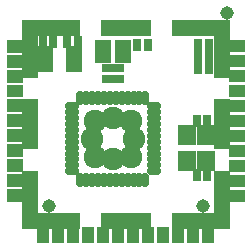
<source format=gts>
%FSLAX34Y34*%
G04 Gerber Fmt 3.4, Leading zero omitted, Abs format*
G04 (created by PCBNEW (2013-12-14 BZR 4555)-product) date Tue 18 Feb 2014 14:51:01 EST*
%MOIN*%
G01*
G70*
G90*
G04 APERTURE LIST*
%ADD10C,0.003937*%
%ADD11O,0.027362X0.049248*%
%ADD12O,0.049248X0.027362*%
%ADD13C,0.075748*%
%ADD14R,0.055118X0.027559*%
%ADD15R,0.031448X0.039348*%
%ADD16R,0.039348X0.031448*%
%ADD17C,0.044882*%
%ADD18R,0.061024X0.070866*%
%ADD19R,0.165354X0.055118*%
%ADD20R,0.055118X0.165354*%
%ADD21R,0.055118X0.194882*%
%ADD22R,0.194882X0.055118*%
%ADD23R,0.055118X0.086614*%
%ADD24R,0.043307X0.055118*%
%ADD25R,0.055118X0.043307*%
G04 APERTURE END LIST*
G54D10*
G54D11*
X649Y-236D03*
X452Y-236D03*
X255Y-236D03*
X59Y-236D03*
X-137Y-236D03*
X-334Y-236D03*
X-531Y-236D03*
X-728Y-236D03*
X-925Y-236D03*
X-1122Y-236D03*
X-1318Y-236D03*
X-1515Y-236D03*
X-1515Y-2952D03*
X-1318Y-2952D03*
X-1122Y-2952D03*
X-925Y-2952D03*
X-728Y-2952D03*
X-531Y-2952D03*
X-334Y-2952D03*
X-137Y-2952D03*
X59Y-2952D03*
X255Y-2952D03*
X452Y-2952D03*
X649Y-2952D03*
G54D12*
X-1791Y-511D03*
X-1791Y-708D03*
X-1791Y-905D03*
X-1791Y-1102D03*
X-1791Y-1299D03*
X-1791Y-1496D03*
X-1791Y-1692D03*
X-1791Y-1889D03*
X-1791Y-2086D03*
X-1791Y-2283D03*
X-1791Y-2480D03*
X-1791Y-2677D03*
X924Y-2677D03*
X924Y-2480D03*
X924Y-2283D03*
X924Y-2086D03*
X924Y-1889D03*
X924Y-1692D03*
X924Y-1496D03*
X924Y-1299D03*
X924Y-1102D03*
X924Y-905D03*
X924Y-708D03*
X924Y-511D03*
G54D13*
X-1033Y-2194D03*
X166Y-2194D03*
X166Y-994D03*
X-1033Y-994D03*
X-433Y-905D03*
X-433Y-2283D03*
X-1122Y-1594D03*
X255Y-1594D03*
G54D14*
X-757Y1582D03*
X-757Y1326D03*
X-757Y1070D03*
X-108Y1070D03*
X-108Y1326D03*
X-108Y1582D03*
G54D15*
X2417Y1137D03*
X2771Y1137D03*
X2417Y775D03*
X2771Y775D03*
X2362Y-992D03*
X2716Y-992D03*
X2716Y-2811D03*
X2362Y-2811D03*
G54D16*
X-255Y763D03*
X-255Y409D03*
X-610Y763D03*
X-610Y409D03*
G54D15*
X-1960Y1618D03*
X-1606Y1618D03*
X-2417Y1622D03*
X-2771Y1622D03*
X2771Y1535D03*
X2417Y1535D03*
G54D17*
X2559Y-3822D03*
X-2559Y-3822D03*
G54D18*
X2047Y-1468D03*
X2047Y-2334D03*
X2677Y-2334D03*
X2677Y-1468D03*
G54D19*
X0Y2098D03*
X0Y-4318D03*
G54D20*
X-3208Y-1110D03*
X3208Y-1110D03*
G54D21*
X-3208Y1399D03*
X-3208Y-3620D03*
X3208Y-3620D03*
X3208Y1399D03*
G54D22*
X-2509Y2098D03*
X2509Y2098D03*
X2509Y-4318D03*
X-2509Y-4318D03*
G54D23*
X-1724Y1062D03*
X-2708Y1062D03*
G54D17*
X3362Y2610D03*
G54D15*
X736Y1535D03*
X382Y1535D03*
G54D24*
X2750Y-4793D03*
X2250Y-4793D03*
G54D10*
G36*
X-3976Y1283D02*
X-3976Y1716D01*
X-3425Y1716D01*
X-3425Y1283D01*
X-3976Y1283D01*
X-3976Y1283D01*
G37*
G36*
X-3976Y-3716D02*
X-3976Y-3283D01*
X-3425Y-3283D01*
X-3425Y-3716D01*
X-3976Y-3716D01*
X-3976Y-3716D01*
G37*
G36*
X-3976Y783D02*
X-3976Y1216D01*
X-3425Y1216D01*
X-3425Y783D01*
X-3976Y783D01*
X-3976Y783D01*
G37*
G36*
X-3976Y283D02*
X-3976Y716D01*
X-3425Y716D01*
X-3425Y283D01*
X-3976Y283D01*
X-3976Y283D01*
G37*
G36*
X-3976Y-216D02*
X-3976Y216D01*
X-3425Y216D01*
X-3425Y-216D01*
X-3976Y-216D01*
X-3976Y-216D01*
G37*
G36*
X-3976Y-716D02*
X-3976Y-283D01*
X-3425Y-283D01*
X-3425Y-716D01*
X-3976Y-716D01*
X-3976Y-716D01*
G37*
G36*
X-3976Y-1216D02*
X-3976Y-783D01*
X-3425Y-783D01*
X-3425Y-1216D01*
X-3976Y-1216D01*
X-3976Y-1216D01*
G37*
G36*
X-3976Y-1716D02*
X-3976Y-1283D01*
X-3425Y-1283D01*
X-3425Y-1716D01*
X-3976Y-1716D01*
X-3976Y-1716D01*
G37*
G36*
X-3976Y-2216D02*
X-3976Y-1783D01*
X-3425Y-1783D01*
X-3425Y-2216D01*
X-3976Y-2216D01*
X-3976Y-2216D01*
G37*
G36*
X-3976Y-2716D02*
X-3976Y-2283D01*
X-3425Y-2283D01*
X-3425Y-2716D01*
X-3976Y-2716D01*
X-3976Y-2716D01*
G37*
G36*
X-3976Y-3216D02*
X-3976Y-2783D01*
X-3425Y-2783D01*
X-3425Y-3216D01*
X-3976Y-3216D01*
X-3976Y-3216D01*
G37*
G54D24*
X-2750Y-4793D03*
X-2250Y-4793D03*
X-1750Y-4793D03*
X-1250Y-4793D03*
X-750Y-4793D03*
X-250Y-4793D03*
X250Y-4793D03*
X750Y-4793D03*
X1250Y-4793D03*
X1750Y-4793D03*
G54D25*
X3700Y1500D03*
X3700Y-3500D03*
X3700Y-3000D03*
X3700Y-2500D03*
X3700Y-2000D03*
X3700Y-1500D03*
X3700Y-1000D03*
X3700Y-500D03*
X3700Y0D03*
X3700Y500D03*
X3700Y1000D03*
M02*

</source>
